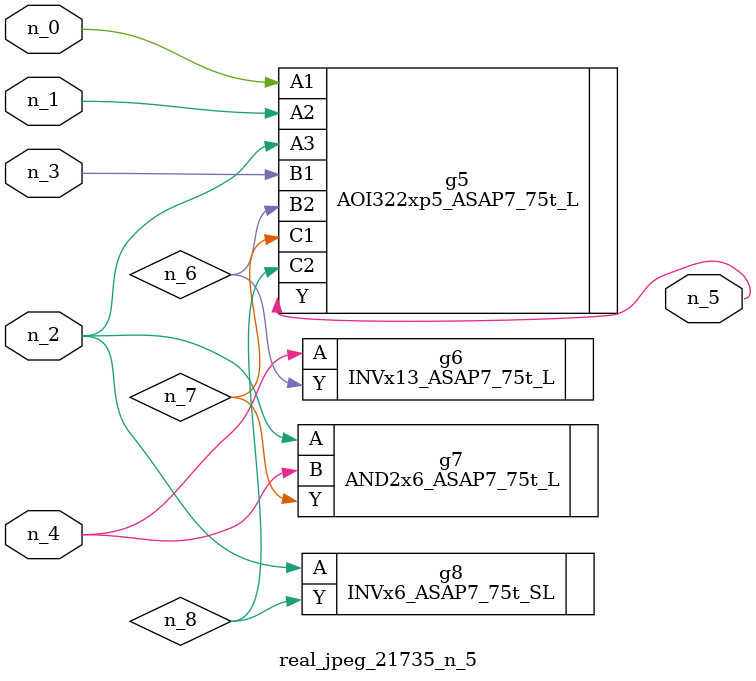
<source format=v>
module real_jpeg_21735_n_5 (n_4, n_0, n_1, n_2, n_3, n_5);

input n_4;
input n_0;
input n_1;
input n_2;
input n_3;

output n_5;

wire n_8;
wire n_6;
wire n_7;

AOI322xp5_ASAP7_75t_L g5 ( 
.A1(n_0),
.A2(n_1),
.A3(n_2),
.B1(n_3),
.B2(n_6),
.C1(n_7),
.C2(n_8),
.Y(n_5)
);

AND2x6_ASAP7_75t_L g7 ( 
.A(n_2),
.B(n_4),
.Y(n_7)
);

INVx6_ASAP7_75t_SL g8 ( 
.A(n_2),
.Y(n_8)
);

INVx13_ASAP7_75t_L g6 ( 
.A(n_4),
.Y(n_6)
);


endmodule
</source>
